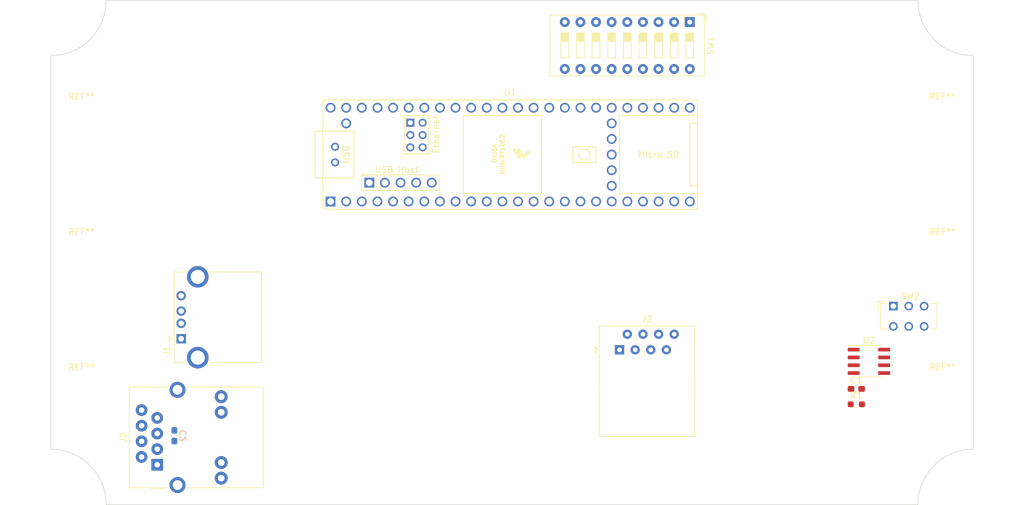
<source format=kicad_pcb>
(kicad_pcb (version 20221018) (generator pcbnew)
  (layers (0 "F.Cu" signal) (31 "B.Cu" signal) (34 "B.Paste" user) (35 "F.Paste" user) (36 "B.SilkS" user "B.Silkscreen") (37 "F.SilkS" user "F.Silkscreen") (38 "B.Mask" user) (39 "F.Mask" user) (44 "Edge.Cuts" user))
  (net 0 "")
  (net 1 "+3V3")
  (net 2 "GND")
  (net 3 "Net-(SW2A-C)")
  (net 4 "Net-(SW2B-C)")
  (net 5 "Net-(U1-41_A17)")
  (net 6 "Net-(U1-40_A16)")
  (net 7 "Net-(U1-39_MISO1_OUT1A)")
  (net 8 "Net-(U1-38_CS1_IN1)")
  (net 9 "Net-(U1-37_CS)")
  (net 10 "Net-(U1-36_CS)")
  (net 11 "Net-(U1-35_TX8)")
  (net 12 "Net-(U1-34_RX8)")
  (net 13 "Net-(U1-33_MCLK2)")
  (net 15 "/RS485_B")
  (net 17 "/RS485_A")
  (net 22 "/AUDIO_BCLK")
  (net 23 "/AUDIO_LRCLK")
  (net 38 "/AUDIO_DAT")
  (net 49 "/DMX_DATA")
  (net 60 "Net-(J2-RCT)")
  (net 61 "Net-(J1-VBUS)")
  (net 62 "Net-(J1-D-)")
  (net 63 "Net-(J1-D+)")
  (net 64 "Net-(J1-GND)")
  (net 65 "Net-(J2-TD+)")
  (net 66 "Net-(J2-TD-)")
  (net 67 "Net-(J2-RD+)")
  (net 68 "Net-(J2-RD-)")
  (net 72 "Net-(J2-LEDG_A)")
  (footprint "MountingHole:MountingHole_2.7mm_M2.5_DIN965" (layer "F.Cu") (at 70 123)
    (fp_text reference "REF**" (at 0 -3.35) (layer "F.SilkS"))
    (fp_text value "MountingHole_2.7mm_M2.5_DIN965")
    (pad "" np_thru_hole circle locked (at 0 0) (size 2.7 2.7) (drill 2.7) (layers "*.Cu" "*.Mask"))
  )
  (footprint "teensy:Teensy41" (layer "F.Cu") (at 139.7 85.09)
    (fp_text reference "U1" (at 0 -10.16) (layer "F.SilkS"))
    (fp_text value "Teensy4.1")
    (fp_text user "USB Host" (at -18.4658 2.4892) (layer "F.SilkS"))
    (fp_text user "DVJ6A" (at -2.54 -0.18 -90) (layer "F.SilkS") (effects (font (size 0.7 0.7))))
    (fp_text user "USB" (at -26.67 0 270) (layer "F.SilkS"))
    (fp_text user "Ethernet" (at -12.065 -3.2766 90) (layer "F.SilkS"))
    (fp_text user "Micro SD" (at 24.13 0) (layer "F.SilkS"))
    (fp_text user "MIMXRT1062" (at -1.27 0 -90) (layer "F.SilkS") (effects (font (size 0.7 0.7))))
    (fp_line (start -31.75 -3.81) (end -30.48 -3.81) (stroke (width 0.15)) (layer "F.SilkS"))
    (fp_line (start -31.75 3.81) (end -31.75 -3.81) (stroke (width 0.15)) (layer "F.SilkS"))
    (fp_line (start -30.48 -8.89) (end 30.48 -8.89) (stroke (width 0.15)) (layer "F.SilkS"))
    (fp_line (start -30.48 3.81) (end -31.75 3.81) (stroke (width 0.15)) (layer "F.SilkS"))
    (fp_line (start -30.48 8.89) (end -30.48 -8.89) (stroke (width 0.15)) (layer "F.SilkS"))
    (fp_line (start -25.4 -3.81) (end -30.48 -3.81) (stroke (width 0.15)) (layer "F.SilkS"))
    (fp_line (start -25.4 3.81) (end -30.48 3.81) (stroke (width 0.15)) (layer "F.SilkS"))
    (fp_line (start -25.4 3.81) (end -25.4 -3.81) (stroke (width 0.15)) (layer "F.SilkS"))
    (fp_line (start -24.1808 3.2992) (end -21.6408 3.2992) (stroke (width 0.15)) (layer "F.SilkS"))
    (fp_line (start -24.1808 3.2992) (end -11.4808 3.2992) (stroke (width 0.15)) (layer "F.SilkS"))
    (fp_line (start -24.1808 5.8392) (end -24.1808 3.2992) (stroke (width 0.15)) (layer "F.SilkS"))
    (fp_line (start -21.6408 3.2992) (end -21.6408 5.8392) (stroke (width 0.15)) (layer "F.SilkS"))
    (fp_line (start -17.25 -6.3516) (end -17.25 -6.1016) (stroke (width 0.15)) (layer "F.SilkS"))
    (fp_line (start -17.25 -6.1016) (end -17.25 -0.1016) (stroke (width 0.15)) (layer "F.SilkS"))
    (fp_line (start -17.25 -0.1016) (end -13.25 -0.1016) (stroke (width 0.15)) (layer "F.SilkS"))
    (fp_line (start -13.25 -6.3516) (end -17.25 -6.3516) (stroke (width 0.15)) (layer "F.SilkS"))
    (fp_line (start -13.25 -0.1016) (end -13.25 -6.3516) (stroke (width 0.15)) (layer "F.SilkS"))
    (fp_line (start -11.4808 3.2992) (end -11.4808 5.8392) (stroke (width 0.15)) (layer "F.SilkS"))
    (fp_line (start -11.4808 5.8392) (end -24.1808 5.8392) (stroke (width 0.15)) (layer "F.SilkS"))
    (fp_line (start -7.62 -6.35) (end -7.62 6.35) (stroke (width 0.15)) (layer "F.SilkS"))
    (fp_line (start -7.62 6.35) (end 5.08 6.35) (stroke (width 0.15)) (layer "F.SilkS"))
    (fp_line (start 5.08 -6.35) (end -7.62 -6.35) (stroke (width 0.15)) (layer "F.SilkS"))
    (fp_line (start 5.08 6.35) (end 5.08 -6.35) (stroke (width 0.15)) (layer "F.SilkS"))
    (fp_line (start 10.16 -1.27) (end 13.97 -1.27) (stroke (width 0.15)) (layer "F.SilkS"))
    (fp_line (start 10.16 1.27) (end 10.16 -1.27) (stroke (width 0.15)) (layer "F.SilkS"))
    (fp_line (start 13.97 -1.27) (end 13.97 1.27) (stroke (width 0.15)) (layer "F.SilkS"))
    (fp_line (start 13.97 1.27) (end 10.16 1.27) (stroke (width 0.15)) (layer "F.SilkS"))
    (fp_line (start 17.78 -6.35) (end 17.78 6.35) (stroke (width 0.15)) (layer "F.SilkS"))
    (fp_line (start 17.78 6.35) (end 30.48 6.35) (stroke (width 0.15)) (layer "F.SilkS"))
    (fp_line (start 29.21 -5.08) (end 29.21 5.08) (stroke (width 0.15)) (layer "F.SilkS"))
    (fp_line (start 29.21 5.08) (end 30.48 5.08) (stroke (width 0.15)) (layer "F.SilkS"))
    (fp_line (start 30.48 -8.89) (end 30.48 8.89) (stroke (width 0.15)) (layer "F.SilkS"))
    (fp_line (start 30.48 -6.35) (end 17.78 -6.35) (stroke (width 0.15)) (layer "F.SilkS"))
    (fp_line (start 30.48 -5.08) (end 29.21 -5.08) (stroke (width 0.15)) (layer "F.SilkS"))
    (fp_line (start 30.48 8.89) (end -30.48 8.89) (stroke (width 0.15)) (layer "F.SilkS"))
    (fp_circle (center 12.065 0) (end 12.7 -0.635) (stroke (width 0.15)) (fill none) (layer "F.SilkS"))
    (fp_poly (pts (xy 0.911 -0.688) (xy 0.657 -0.434) (xy 0.403 -0.815) (xy 0.657 -1.069)) (stroke (width 0.1)) (fill solid) (layer "F.SilkS"))
    (fp_poly (pts (xy 1.292 -0.18) (xy 1.038 0.074) (xy 0.784 -0.307) (xy 1.038 -0.561)) (stroke (width 0.1)) (fill solid) (layer "F.SilkS"))
    (fp_poly (pts (xy 1.673 -0.561) (xy 1.419 -0.307) (xy 1.165 -0.688) (xy 1.419 -0.942)) (stroke (width 0.1)) (fill solid) (layer "F.SilkS"))
    (fp_poly (pts (xy 1.673 0.328) (xy 1.419 0.582) (xy 1.165 0.201) (xy 1.419 -0.053)) (stroke (width 0.1)) (fill solid) (layer "F.SilkS"))
    (fp_poly (pts (xy 2.054 -0.053) (xy 1.8 0.201) (xy 1.546 -0.18) (xy 1.8 -0.434)) (stroke (width 0.1)) (fill solid) (layer "F.SilkS"))
    (fp_poly (pts (xy 2.435 0.455) (xy 2.181 0.709) (xy 1.927 0.328) (xy 2.181 0.074)) (stroke (width 0.1)) (fill solid) (layer "F.SilkS"))
    (fp_poly (pts (xy 2.816 0.074) (xy 2.562 0.328) (xy 2.308 -0.053) (xy 2.562 -0.307)) (stroke (width 0.1)) (fill solid) (layer "F.SilkS"))
    (fp_poly (pts (xy 3.197 -0.307) (xy 2.943 -0.053) (xy 2.689 -0.434) (xy 2.943 -0.688)) (stroke (width 0.1)) (fill solid) (layer "F.SilkS"))
    (pad "1" thru_hole rect (at -29.21 7.62) (size 1.6 1.6) (drill 1.1) (layers "*.Cu" "*.Mask") (net 2 "GND"))
    (pad "2" thru_hole circle (at -26.67 7.62) (size 1.6 1.6) (drill 1.1) (layers "*.Cu" "*.Mask"))
    (pad "3" thru_hole circle (at -24.13 7.62) (size 1.6 1.6) (drill 1.1) (layers "*.Cu" "*.Mask"))
    (pad "4" thru_hole circle (at -21.59 7.62) (size 1.6 1.6) (drill 1.1) (layers "*.Cu" "*.Mask"))
    (pad "5" thru_hole circle (at -19.05 7.62) (size 1.6 1.6) (drill 1.1) (layers "*.Cu" "*.Mask"))
    (pad "6" thru_hole circle (at -16.51 7.62) (size 1.6 1.6) (drill 1.1) (layers "*.Cu" "*.Mask"))
    (pad "7" thru_hole circle (at -13.97 7.62) (size 1.6 1.6) (drill 1.1) (layers "*.Cu" "*.Mask"))
    (pad "8" thru_hole circle (at -11.43 7.62) (size 1.6 1.6) (drill 1.1) (layers "*.Cu" "*.Mask"))
    (pad "9" thru_hole circle (at -8.89 7.62) (size 1.6 1.6) (drill 1.1) (layers "*.Cu" "*.Mask") (net 38 "/AUDIO_DAT"))
    (pad "10" thru_hole circle (at -6.35 7.62) (size 1.6 1.6) (drill 1.1) (layers "*.Cu" "*.Mask"))
    (pad "11" thru_hole circle (at -3.81 7.62) (size 1.6 1.6) (drill 1.1) (layers "*.Cu" "*.Mask"))
    (pad "12" thru_hole circle (at -1.27 7.62) (size 1.6 1.6) (drill 1.1) (layers "*.Cu" "*.Mask"))
    (pad "13" thru_hole circle (at 1.27 7.62) (size 1.6 1.6) (drill 1.1) (layers "*.Cu" "*.Mask"))
    (pad "14" thru_hole circle (at 3.81 7.62) (size 1.6 1.6) (drill 1.1) (layers "*.Cu" "*.Mask"))
    (pad "15" thru_hole circle (at 6.35 7.62) (size 1.6 1.6) (drill 1.1) (layers "*.Cu" "*.Mask") (net 1 "+3V3"))
    (pad "16" thru_hole circle (at 8.89 7.62) (size 1.6 1.6) (drill 1.1) (layers "*.Cu" "*.Mask"))
    (pad "17" thru_hole circle (at 11.43 7.62) (size 1.6 1.6) (drill 1.1) (layers "*.Cu" "*.Mask"))
    (pad "18" thru_hole circle (at 13.97 7.62) (size 1.6 1.6) (drill 1.1) (layers "*.Cu" "*.Mask"))
    (pad "19" thru_hole circle (at 16.51 7.62) (size 1.6 1.6) (drill 1.1) (layers "*.Cu" "*.Mask"))
    (pad "20" thru_hole circle (at 19.05 7.62) (size 1.6 1.6) (drill 1.1) (layers "*.Cu" "*.Mask") (net 49 "/DMX_DATA"))
    (pad "21" thru_hole circle (at 21.59 7.62) (size 1.6 1.6) (drill 1.1) (layers "*.Cu" "*.Mask"))
    (pad "22" thru_hole circle (at 24.13 7.62) (size 1.6 1.6) (drill 1.1) (layers "*.Cu" "*.Mask"))
    (pad "23" thru_hole circle (at 26.67 7.62) (size 1.6 1.6) (drill 1.1) (layers "*.Cu" "*.Mask"))
    (pad "24" thru_hole circle (at 29.21 7.62) (size 1.6 1.6) (drill 1.1) (layers "*.Cu" "*.Mask"))
    (pad "25" thru_hole circle (at 29.21 -7.62) (size 1.6 1.6) (drill 1.1) (layers "*.Cu" "*.Mask") (net 13 "Net-(U1-33_MCLK2)"))
    (pad "26" thru_hole circle (at 26.67 -7.62) (size 1.6 1.6) (drill 1.1) (layers "*.Cu" "*.Mask") (net 12 "Net-(U1-34_RX8)"))
    (pad "27" thru_hole circle (at 24.13 -7.62) (size 1.6 1.6) (drill 1.1) (layers "*.Cu" "*.Mask") (net 11 "Net-(U1-35_TX8)"))
    (pad "28" thru_hole circle (at 21.59 -7.62) (size 1.6 1.6) (drill 1.1) (layers "*.Cu" "*.Mask") (net 10 "Net-(U1-36_CS)"))
    (pad "29" thru_hole circle (at 19.05 -7.62) (size 1.6 1.6) (drill 1.1) (layers "*.Cu" "*.Mask") (net 9 "Net-(U1-37_CS)"))
    (pad "30" thru_hole circle (at 16.51 -7.62) (size 1.6 1.6) (drill 1.1) (layers "*.Cu" "*.Mask") (net 8 "Net-(U1-38_CS1_IN1)"))
    (pad "31" thru_hole circle (at 13.97 -7.62) (size 1.6 1.6) (drill 1.1) (layers "*.Cu" "*.Mask") (net 7 "Net-(U1-39_MISO1_OUT1A)"))
    (pad "32" thru_hole circle (at 11.43 -7.62) (size 1.6 1.6) (drill 1.1) (layers "*.Cu" "*.Mask") (net 6 "Net-(U1-40_A16)"))
    (pad "33" thru_hole circle (at 8.89 -7.62) (size 1.6 1.6) (drill 1.1) (layers "*.Cu" "*.Mask") (net 5 "Net-(U1-41_A17)"))
    (pad "34" thru_hole circle (at 6.35 -7.62) (size 1.6 1.6) (drill 1.1) (layers "*.Cu" "*.Mask") (net 2 "GND"))
    (pad "35" thru_hole circle (at 3.81 -7.62) (size 1.6 1.6) (drill 1.1) (layers "*.Cu" "*.Mask"))
    (pad "36" thru_hole circle (at 1.27 -7.62) (size 1.6 1.6) (drill 1.1) (layers "*.Cu" "*.Mask"))
    (pad "37" thru_hole circle (at -1.27 -7.62) (size 1.6 1.6) (drill 1.1) (layers "*.Cu" "*.Mask"))
    (pad "38" thru_hole circle (at -3.81 -7.62) (size 1.6 1.6) (drill 1.1) (layers "*.Cu" "*.Mask"))
    (pad "39" thru_hole circle (at -6.35 -7.62) (size 1.6 1.6) (drill 1.1) (layers "*.Cu" "*.Mask"))
    (pad "40" thru_hole circle (at -8.89 -7.62) (size 1.6 1.6) (drill 1.1) (layers "*.Cu" "*.Mask"))
    (pad "41" thru_hole circle (at -11.43 -7.62) (size 1.6 1.6) (drill 1.1) (layers "*.Cu" "*.Mask"))
    (pad "42" thru_hole circle (at -13.97 -7.62) (size 1.6 1.6) (drill 1.1) (layers "*.Cu" "*.Mask") (net 23 "/AUDIO_LRCLK"))
    (pad "43" thru_hole circle (at -16.51 -7.62) (size 1.6 1.6) (drill 1.1) (layers "*.Cu" "*.Mask") (net 22 "/AUDIO_BCLK"))
    (pad "44" thru_hole circle (at -19.05 -7.62) (size 1.6 1.6) (drill 1.1) (layers "*.Cu" "*.Mask"))
    (pad "45" thru_hole circle (at -21.59 -7.62) (size 1.6 1.6) (drill 1.1) (layers "*.Cu" "*.Mask"))
    (pad "46" thru_hole circle (at -24.13 -7.62) (size 1.6 1.6) (drill 1.1) (layers "*.Cu" "*.Mask") (net 1 "+3V3"))
    (pad "47" thru_hole circle (at -26.67 -7.62) (size 1.6 1.6) (drill 1.1) (layers "*.Cu" "*.Mask") (net 2 "GND"))
    (pad "48" thru_hole circle (at -29.21 -7.62) (size 1.6 1.6) (drill 1.1) (layers "*.Cu" "*.Mask"))
    (pad "49" thru_hole circle (at -26.67 -5.08) (size 1.6 1.6) (drill 1.1) (layers "*.Cu" "*.Mask"))
    (pad "50" thru_hole circle (at 16.51 5.08) (size 1.6 1.6) (drill 1.1) (layers "*.Cu" "*.Mask"))
    (pad "51" thru_hole circle (at 16.51 2.54) (size 1.6 1.6) (drill 1.1) (layers "*.Cu" "*.Mask"))
    (pad "52" thru_hole circle (at 16.51 0) (size 1.6 1.6) (drill 1.1) (layers "*.Cu" "*.Mask"))
    (pad "53" thru_hole circle (at 16.51 -2.54) (size 1.6 1.6) (drill 1.1) (layers "*.Cu" "*.Mask"))
    (pad "54" thru_hole circle (at 16.51 -5.08) (size 1.6 1.6) (drill 1.1) (layers "*.Cu" "*.Mask"))
    (pad "55" thru_hole rect (at -22.9108 4.5692) (size 1.6 1.6) (drill 1.1) (layers "*.Cu" "*.Mask") (net 61 "Net-(J1-VBUS)"))
    (pad "56" thru_hole circle (at -20.3708 4.5692) (size 1.6 1.6) (drill 1.1) (layers "*.Cu" "*.Mask") (net 62 "Net-(J1-D-)"))
    (pad "57" thru_hole circle (at -17.8308 4.5692) (size 1.6 1.6) (drill 1.1) (layers "*.Cu" "*.Mask") (net 63 "Net-(J1-D+)"))
    (pad "58" thru_hole circle (at -15.2908 4.5692) (size 1.6 1.6) (drill 1.1) (layers "*.Cu" "*.Mask") (net 64 "Net-(J1-GND)"))
    (pad "59" thru_hole circle (at -12.7508 4.5692) (size 1.6 1.6) (drill 1.1) (layers "*.Cu" "*.Mask") (net 64 "Net-(J1-GND)"))
    (pad "60" thru_hole rect (at -16.24 -5.1816) (size 1.3 1.3) (drill 0.8) (layers "*.Cu" "*.Mask") (net 67 "Net-(J2-RD+)"))
    (pad "61" thru_hole circle (at -16.24 -3.1816) (size 1.3 1.3) (drill 0.8) (layers "*.Cu" "*.Mask") (net 72 "Net-(J2-LEDG_A)"))
    (pad "62" thru_hole circle (at -16.24 -1.1816) (size 1.3 1.3) (drill 0.8) (layers "*.Cu" "*.Mask") (net 66 "Net-(J2-TD-)"))
    (pad "63" thru_hole circle (at -14.24 -1.1816) (size 1.3 1.3) (drill 0.8) (layers "*.Cu" "*.Mask") (net 65 "Net-(J2-TD+)"))
    (pad "64" thru_hole circle (at -14.24 -3.1816) (size 1.3 1.3) (drill 0.8) (layers "*.Cu" "*.Mask") (net 2 "GND"))
    (pad "65" thru_hole circle (at -14.24 -5.1816) (size 1.3 1.3) (drill 0.8) (layers "*.Cu" "*.Mask") (net 68 "Net-(J2-RD-)"))
    (pad "66" thru_hole circle (at -28.48 -1.27) (size 1.3 1.3) (drill 0.8) (layers "*.Cu" "*.Mask"))
    (pad "67" thru_hole circle (at -28.48 1.27) (size 1.3 1.3) (drill 0.8) (layers "*.Cu" "*.Mask"))
  )
  (footprint "Package_SO:SOIC-8_3.9x4.9mm_P1.27mm" (layer "F.Cu") (at 198.0375 118.71)
    (fp_text reference "U2" (at 0 -3.4) (layer "F.SilkS"))
    (fp_text value "SN65HVD11HD")
    (fp_line (start 0 -2.56) (end -3.45 -2.56) (stroke (width 0.12)) (layer "F.SilkS"))
    (fp_line (start 0 -2.56) (end 1.95 -2.56) (stroke (width 0.12)) (layer "F.SilkS"))
    (fp_line (start 0 2.56) (end -1.95 2.56) (stroke (width 0.12)) (layer "F.SilkS"))
    (fp_line (start 0 2.56) (end 1.95 2.56) (stroke (width 0.12)) (layer "F.SilkS"))
    (pad "1" smd roundrect (at -2.475 -1.905) (size 1.95 0.6) (layers "F.Cu" "F.Paste" "F.Mask") (net 49 "/DMX_DATA"))
    (pad "2" smd roundrect (at -2.475 -0.635) (size 1.95 0.6) (layers "F.Cu" "F.Paste" "F.Mask") (net 2 "GND"))
    (pad "3" smd roundrect (at -2.475 0.635) (size 1.95 0.6) (layers "F.Cu" "F.Paste" "F.Mask") (net 2 "GND"))
    (pad "4" smd roundrect (at -2.475 1.905) (size 1.95 0.6) (layers "F.Cu" "F.Paste" "F.Mask") (net 2 "GND"))
    (pad "5" smd roundrect (at 2.475 1.905) (size 1.95 0.6) (layers "F.Cu" "F.Paste" "F.Mask") (net 2 "GND"))
    (pad "6" smd roundrect (at 2.475 0.635) (size 1.95 0.6) (layers "F.Cu" "F.Paste" "F.Mask") (net 17 "/RS485_A"))
    (pad "7" smd roundrect (at 2.475 -0.635) (size 1.95 0.6) (layers "F.Cu" "F.Paste" "F.Mask") (net 15 "/RS485_B"))
    (pad "8" smd roundrect (at 2.475 -1.905) (size 1.95 0.6) (layers "F.Cu" "F.Paste" "F.Mask") (net 1 "+3V3"))
  )
  (footprint "Connector_RJ:RJ45_Amphenol_54602-x08_Horizontal" (layer "F.Cu") (at 157.48 116.84)
    (fp_text reference "J3" (at 4.445 -5) (layer "F.SilkS"))
    (fp_text value "RJ45")
    (fp_line (start -4 -0.5) (end -4 0.5) (stroke (width 0.12)) (layer "F.SilkS"))
    (fp_line (start -4 0.5) (end -3.5 0) (stroke (width 0.12)) (layer "F.SilkS"))
    (fp_line (start -3.5 0) (end -4 -0.5) (stroke (width 0.12)) (layer "F.SilkS"))
    (fp_line (start -3.315 -3.88) (end -3.315 14.08) (stroke (width 0.12)) (layer "F.SilkS"))
    (fp_line (start -3.315 14.08) (end 12.205 14.08) (stroke (width 0.12)) (layer "F.SilkS"))
    (fp_line (start 12.205 -3.88) (end -3.315 -3.88) (stroke (width 0.12)) (layer "F.SilkS"))
    (fp_line (start 12.205 -3.88) (end 12.205 14.08) (stroke (width 0.12)) (layer "F.SilkS"))
    (pad "" np_thru_hole circle (at -1.27 6.35) (size 3.2 3.2) (drill 3.2) (layers "*.Cu" "*.Mask"))
    (pad "" np_thru_hole circle (at 10.16 6.35) (size 3.2 3.2) (drill 3.2) (layers "*.Cu" "*.Mask"))
    (pad "1" thru_hole rect (at 0 0) (size 1.5 1.5) (drill 0.76) (layers "*.Cu" "*.Mask"))
    (pad "2" thru_hole circle (at 1.27 -2.54) (size 1.5 1.5) (drill 0.76) (layers "*.Cu" "*.Mask"))
    (pad "3" thru_hole circle (at 2.54 0) (size 1.5 1.5) (drill 0.76) (layers "*.Cu" "*.Mask"))
    (pad "4" thru_hole circle (at 3.81 -2.54) (size 1.5 1.5) (drill 0.76) (layers "*.Cu" "*.Mask"))
    (pad "5" thru_hole circle (at 5.08 0) (size 1.5 1.5) (drill 0.76) (layers "*.Cu" "*.Mask"))
    (pad "6" thru_hole circle (at 6.35 -2.54) (size 1.5 1.5) (drill 0.76) (layers "*.Cu" "*.Mask"))
    (pad "7" thru_hole circle (at 7.62 0) (size 1.5 1.5) (drill 0.76) (layers "*.Cu" "*.Mask"))
    (pad "8" thru_hole circle (at 8.89 -2.54) (size 1.5 1.5) (drill 0.76) (layers "*.Cu" "*.Mask"))
  )
  (footprint "MountingHole:MountingHole_2.7mm_M2.5_DIN965" (layer "F.Cu") (at 210 79)
    (fp_text reference "REF**" (at 0 -3.35) (layer "F.SilkS"))
    (fp_text value "MountingHole_2.7mm_M2.5_DIN965")
    (pad "" np_thru_hole circle locked (at 0 0) (size 2.7 2.7) (drill 2.7) (layers "*.Cu" "*.Mask"))
  )
  (footprint "Connector_RJ:RJ45_Bel_SI-60062-F" (layer "F.Cu") (at 82.3 135.53 90)
    (fp_text reference "J2" (at 4.445 -5.49 90) (layer "F.SilkS"))
    (fp_text value "RJ45_Bel_SI-60062-F")
    (fp_line (start -3.915 -1) (end -3.915 1) (stroke (width 0.12)) (layer "F.SilkS"))
    (fp_line (start -3.73 -4.55) (end 12.62 -4.55) (stroke (width 0.12)) (layer "F.SilkS"))
    (fp_line (start -3.73 1.69) (end -3.73 -4.55) (stroke (width 0.12)) (layer "F.SilkS"))
    (fp_line (start -3.73 17.24) (end -3.73 4.89) (stroke (width 0.12)) (layer "F.SilkS"))
    (fp_line (start 12.62 -4.55) (end 12.615 1.69) (stroke (width 0.12)) (layer "F.SilkS"))
    (fp_line (start 12.62 4.89) (end 12.62 17.24) (stroke (width 0.12)) (layer "F.SilkS"))
    (fp_line (start 12.62 17.24) (end -3.73 17.24) (stroke (width 0.12)) (layer "F.SilkS"))
    (pad "" np_thru_hole circle (at -1.27 6.35 90) (size 3.25 3.25) (drill 3.25) (layers "*.Cu" "*.Mask"))
    (pad "" np_thru_hole circle (at 10.16 6.35 90) (size 3.25 3.25) (drill 3.25) (layers "*.Cu" "*.Mask"))
    (pad "1" thru_hole rect (at 0 0 90) (size 1.9 1.9) (drill 0.9) (layers "*.Cu" "*.Mask") (net 65 "Net-(J2-TD+)"))
    (pad "2" thru_hole circle (at 1.27 -2.54 90) (size 1.9 1.9) (drill 0.9) (layers "*.Cu" "*.Mask") (net 60 "Net-(J2-RCT)"))
    (pad "3" thru_hole circle (at 2.54 0 90) (size 1.9 1.9) (drill 0.9) (layers "*.Cu" "*.Mask") (net 66 "Net-(J2-TD-)"))
    (pad "4" thru_hole circle (at 3.81 -2.54 90) (size 1.9 1.9) (drill 0.9) (layers "*.Cu" "*.Mask") (net 67 "Net-(J2-RD+)"))
    (pad "5" thru_hole circle (at 5.08 0 90) (size 1.9 1.9) (drill 0.9) (layers "*.Cu" "*.Mask") (net 60 "Net-(J2-RCT)"))
    (pad "6" thru_hole circle (at 6.35 -2.54 90) (size 1.9 1.9) (drill 0.9) (layers "*.Cu" "*.Mask") (net 68 "Net-(J2-RD-)"))
    (pad "7" thru_hole circle (at 7.62 0 90) (size 1.9 1.9) (drill 0.9) (layers "*.Cu" "*.Mask"))
    (pad "8" thru_hole circle (at 8.89 -2.54 90) (size 1.9 1.9) (drill 0.9) (layers "*.Cu" "*.Mask") (net 2 "GND"))
    (pad "L1" thru_hole circle (at -2.18 10.41 90) (size 2.1 2.1) (drill 1.1) (layers "*.Cu" "*.Mask"))
    (pad "L2" thru_hole circle (at 0.36 10.41 90) (size 2.1 2.1) (drill 1.1) (layers "*.Cu" "*.Mask"))
    (pad "L3" thru_hole circle (at 8.53 10.41 90) (size 2.1 2.1) (drill 1.1) (layers "*.Cu" "*.Mask") (net 72 "Net-(J2-LEDG_A)"))
    (pad "L4" thru_hole circle (at 11.07 10.41 90) (size 2.1 2.1) (drill 1.1) (layers "*.Cu" "*.Mask") (net 2 "GND"))
    (pad "SH" thru_hole circle (at -3.3 3.3 90) (size 2.6 2.6) (drill 1.6) (layers "*.Cu" "*.Mask") (net 2 "GND"))
    (pad "SH" thru_hole circle (at 12.19 3.3 90) (size 2.6 2.6) (drill 1.6) (layers "*.Cu" "*.Mask") (net 2 "GND"))
  )
  (footprint "MountingHole:MountingHole_2.7mm_M2.5_DIN965" (layer "F.Cu") (at 210 101)
    (fp_text reference "REF**" (at 0 -3.35) (layer "F.SilkS"))
    (fp_text value "MountingHole_2.7mm_M2.5_DIN965")
    (pad "" np_thru_hole circle locked (at 0 0) (size 2.7 2.7) (drill 2.7) (layers "*.Cu" "*.Mask"))
  )
  (footprint "Button_Switch_THT:SW_CuK_JS202011CQN_DPDT_Straight" (layer "F.Cu") (at 202.01 109.73)
    (fp_text reference "SW2" (at 2.75 -1.6) (layer "F.SilkS"))
    (fp_text value "SW_DPDT_x2")
    (fp_line (start -2.4 -0.75) (end -2.4 0.45) (stroke (width 0.12)) (layer "F.SilkS"))
    (fp_line (start -2.1 -0.45) (end -2.1 3.75) (stroke (width 0.12)) (layer "F.SilkS"))
    (fp_line (start -2.1 3.75) (end -0.9 3.75) (stroke (width 0.12)) (layer "F.SilkS"))
    (fp_line (start -1.2 -0.75) (end -2.4 -0.75) (stroke (width 0.12)) (layer "F.SilkS"))
    (fp_line (start -0.9 -0.45) (end -2.1 -0.45) (stroke (width 0.12)) (layer "F.SilkS"))
    (fp_line (start 5.9 -0.45) (end 7.1 -0.45) (stroke (width 0.12)) (layer "F.SilkS"))
    (fp_line (start 7.1 -0.45) (end 7.1 3.75) (stroke (width 0.12)) (layer "F.SilkS"))
    (fp_line (start 7.1 3.75) (end 5.9 3.75) (stroke (width 0.12)) (layer "F.SilkS"))
    (pad "1" thru_hole rect (at 0 0) (size 1.4 1.4) (drill 0.9) (layers "*.Cu" "*.Mask"))
    (pad "2" thru_hole circle (at 2.5 0) (size 1.4 1.4) (drill 0.9) (layers "*.Cu" "*.Mask") (net 15 "/RS485_B"))
    (pad "3" thru_hole circle (at 5 0) (size 1.4 1.4) (drill 0.9) (layers "*.Cu" "*.Mask") (net 3 "Net-(SW2A-C)"))
    (pad "4" thru_hole circle (at 0 3.3) (size 1.4 1.4) (drill 0.9) (layers "*.Cu" "*.Mask"))
    (pad "5" thru_hole circle (at 2.5 3.3) (size 1.4 1.4) (drill 0.9) (layers "*.Cu" "*.Mask") (net 17 "/RS485_A"))
    (pad "6" thru_hole circle (at 5 3.3) (size 1.4 1.4) (drill 0.9) (layers "*.Cu" "*.Mask") (net 4 "Net-(SW2B-C)"))
  )
  (footprint "MountingHole:MountingHole_2.7mm_M2.5_DIN965" (layer "F.Cu") (at 70 101)
    (fp_text reference "REF**" (at 0 -3.35) (layer "F.SilkS"))
    (fp_text value "MountingHole_2.7mm_M2.5_DIN965")
    (pad "" np_thru_hole circle locked (at 0 0) (size 2.7 2.7) (drill 2.7) (layers "*.Cu" "*.Mask"))
  )
  (footprint "Connector_USB:USB_A_CONNFLY_DS1095-WNR0" (layer "F.Cu") (at 86.19 115.04 90)
    (fp_text reference "J1" (at -1.95 -2.35 90) (layer "F.SilkS"))
    (fp_text value "USB_A")
    (fp_line (start -3.86 -1.12) (end -3.86 0.86) (stroke (width 0.12)) (layer "F.SilkS"))
    (fp_line (start -3.86 -1.12) (end 10.86 -1.12) (stroke (width 0.12)) (layer "F.SilkS"))
    (fp_line (start -3.86 4.56) (end -3.86 13.1) (stroke (width 0.12)) (layer "F.SilkS"))
    (fp_line (start -3.86 13.1) (end 10.86 13.1) (stroke (width 0.12)) (layer "F.SilkS"))
    (fp_line (start -0.5 -2) (end 0 -1.5) (stroke (width 0.12)) (layer "F.SilkS"))
    (fp_line (start 0 -1.5) (end 0.5 -2) (stroke (width 0.12)) (layer "F.SilkS"))
    (fp_line (start 0.5 -2) (end -0.5 -2) (stroke (width 0.12)) (layer "F.SilkS"))
    (fp_line (start 10.86 0.86) (end 10.86 -1.12) (stroke (width 0.12)) (layer "F.SilkS"))
    (fp_line (start 10.86 4.56) (end 10.86 13.1) (stroke (width 0.12)) (layer "F.SilkS"))
    (pad "1" thru_hole rect (at 0 0 90) (size 1.524 1.524) (drill 0.92) (layers "*.Cu" "*.Mask") (net 61 "Net-(J1-VBUS)"))
    (pad "2" thru_hole circle (at 2.5 0 90) (size 1.524 1.524) (drill 0.92) (layers "*.Cu" "*.Mask") (net 62 "Net-(J1-D-)"))
    (pad "3" thru_hole circle (at 4.5 0 90) (size 1.524 1.524) (drill 0.92) (layers "*.Cu" "*.Mask") (net 63 "Net-(J1-D+)"))
    (pad "4" thru_hole circle (at 7 0 90) (size 1.524 1.524) (drill 0.92) (layers "*.Cu" "*.Mask") (net 64 "Net-(J1-GND)"))
    (pad "5" thru_hole circle (at -3.07 2.71 90) (size 3.5 3.5) (drill 2.3) (layers "*.Cu" "*.Mask") (net 64 "Net-(J1-GND)"))
    (pad "5" thru_hole circle (at 10.07 2.71 90) (size 3.5 3.5) (drill 2.3) (layers "*.Cu" "*.Mask") (net 64 "Net-(J1-GND)"))
  )
  (footprint "Capacitor_SMD:C_0603_1608Metric_Pad1.08x0.95mm_HandSolder" (layer "F.Cu") (at 195.9875 123.19)
    (fp_text reference "C1" (at 0 -1.43) (layer "F.SilkS"))
    (fp_text value "100n")
    (fp_line (start -0.146267 -0.51) (end 0.146267 -0.51) (stroke (width 0.12)) (layer "F.SilkS"))
    (fp_line (start -0.146267 0.51) (end 0.146267 0.51) (stroke (width 0.12)) (layer "F.SilkS"))
    (pad "1" smd roundrect (at -0.8625 0) (size 1.075 0.95) (layers "F.Cu" "F.Paste" "F.Mask") (net 1 "+3V3"))
    (pad "2" smd roundrect (at 0.8625 0) (size 1.075 0.95) (layers "F.Cu" "F.Paste" "F.Mask") (net 2 "GND"))
  )
  (footprint "MountingHole:MountingHole_2.7mm_M2.5_DIN965" (layer "F.Cu") (at 70 79)
    (fp_text reference "REF**" (at 0 -3.35) (layer "F.SilkS"))
    (fp_text value "MountingHole_2.7mm_M2.5_DIN965")
    (pad "" np_thru_hole circle locked (at 0 0) (size 2.7 2.7) (drill 2.7) (layers "*.Cu" "*.Mask"))
  )
  (footprint "MountingHole:MountingHole_2.7mm_M2.5_DIN965" (layer "F.Cu") (at 210 123)
    (fp_text reference "REF**" (at 0 -3.35) (layer "F.SilkS"))
    (fp_text value "MountingHole_2.7mm_M2.5_DIN965")
    (pad "" np_thru_hole circle locked (at 0 0) (size 2.7 2.7) (drill 2.7) (layers "*.Cu" "*.Mask"))
  )
  (footprint "Button_Switch_THT:SW_DIP_SPSTx09_Slide_9.78x25.04mm_W7.62mm_P2.54mm" (layer "F.Cu") (at 168.9 63.5425 -90)
    (fp_text reference "SW1" (at 3.81 -3.42 90) (layer "F.SilkS"))
    (fp_text value "SW_DIP_x09")
    (fp_line (start -1.38 -2.66) (end -1.38 -1.277) (stroke (width 0.12)) (layer "F.SilkS"))
    (fp_line (start -1.38 -2.66) (end 0.004 -2.66) (stroke (width 0.12)) (layer "F.SilkS"))
    (fp_line (start -1.14 -2.42) (end -1.14 22.74) (stroke (width 0.12)) (layer "F.SilkS"))
    (fp_line (start -1.14 -2.42) (end 8.76 -2.42) (stroke (width 0.12)) (layer "F.SilkS"))
    (fp_line (start -1.14 22.74) (end 8.76 22.74) (stroke (width 0.12)) (layer "F.SilkS"))
    (fp_line (start 1.78 -0.635) (end 1.78 0.635) (stroke (width 0.12)) (layer "F.SilkS"))
    (fp_line (start 1.78 -0.515) (end 3.133333 -0.515) (stroke (width 0.12)) (layer "F.SilkS"))
    (fp_line (start 1.78 -0.395) (end 3.133333 -0.395) (stroke (width 0.12)) (layer "F.SilkS"))
    (fp_line (start 1.78 -0.275) (end 3.133333 -0.275) (stroke (width 0.12)) (layer "F.SilkS"))
    (fp_line (start 1.78 -0.155) (end 3.133333 -0.155) (stroke (width 0.12)) (layer "F.SilkS"))
    (fp_line (start 1.78 -0.035) (end 3.133333 -0.035) (stroke (width 0.12)) (layer "F.SilkS"))
    (fp_line (start 1.78 0.085) (end 3.133333 0.085) (stroke (width 0.12)) (layer "F.SilkS"))
    (fp_line (start 1.78 0.205) (end 3.133333 0.205) (stroke (width 0.12)) (layer "F.SilkS"))
    (fp_line (start 1.78 0.325) (end 3.133333 0.325) (stroke (width 0.12)) (layer "F.SilkS"))
    (fp_line (start 1.78 0.445) (end 3.133333 0.445) (stroke (width 0.12)) (layer "F.SilkS"))
    (fp_line (start 1.78 0.565) (end 3.133333 0.565) (stroke (width 0.12)) (layer "F.SilkS"))
    (fp_line (start 1.78 0.635) (end 5.84 0.635) (stroke (width 0.12)) (layer "F.SilkS"))
    (fp_line (start 1.78 1.905) (end 1.78 3.175) (stroke (width 0.12)) (layer "F.SilkS"))
    (fp_line (start 1.78 2.025) (end 3.133333 2.025) (stroke (width 0.12)) (layer "F.SilkS"))
    (fp_line (start 1.78 2.145) (end 3.133333 2.145) (stroke (width 0.12)) (layer "F.SilkS"))
    (fp_line (start 1.78 2.265) (end 3.133333 2.265) (stroke (width 0.12)) (layer "F.SilkS"))
    (fp_line (start 1.78 2.385) (end 3.133333 2.385) (stroke (width 0.12)) (layer "F.SilkS"))
    (fp_line (start 1.78 2.505) (end 3.133333 2.505) (stroke (width 0.12)) (layer "F.SilkS"))
    (fp_line (start 1.78 2.625) (end 3.133333 2.625) (stroke (width 0.12)) (layer "F.SilkS"))
    (fp_line (start 1.78 2.745) (end 3.133333 2.745) (stroke (width 0.12)) (layer "F.SilkS"))
    (fp_line (start 1.78 2.865) (end 3.133333 2.865) (stroke (width 0.12)) (layer "F.SilkS"))
    (fp_line (start 1.78 2.985) (end 3.133333 2.985) (stroke (width 0.12)) (layer "F.SilkS"))
    (fp_line (start 1.78 3.105) (end 3.133333 3.105) (stroke (width 0.12)) (layer "F.SilkS"))
    (fp_line (start 1.78 3.175) (end 5.84 3.175) (stroke (width 0.12)) (layer "F.SilkS"))
    (fp_line (start 1.78 4.445) (end 1.78 5.715) (stroke (width 0.12)) (layer "F.SilkS"))
    (fp_line (start 1.78 4.565) (end 3.133333 4.565) (stroke (width 0.12)) (layer "F.SilkS"))
    (fp_line (start 1.78 4.685) (end 3.133333 4.685) (stroke (width 0.12)) (layer "F.SilkS"))
    (fp_line (start 1.78 4.805) (end 3.133333 4.805) (stroke (width 0.12)) (layer "F.SilkS"))
    (fp_line (start 1.78 4.925) (end 3.133333 4.925) (stroke (width 0.12)) (layer "F.SilkS"))
    (fp_line (start 1.78 5.045) (end 3.133333 5.045) (stroke (width 0.12)) (layer "F.SilkS"))
    (fp_line (start 1.78 5.165) (end 3.133333 5.165) (stroke (width 0.12)) (layer "F.SilkS"))
    (fp_line (start 1.78 5.285) (end 3.133333 5.285) (stroke (width 0.12)) (layer "F.SilkS"))
    (fp_line (start 1.78 5.405) (end 3.133333 5.405) (stroke (width 0.12)) (layer "F.SilkS"))
    (fp_line (start 1.78 5.525) (end 3.133333 5.525) (stroke (width 0.12)) (layer "F.SilkS"))
    (fp_line (start 1.78 5.645) (end 3.133333 5.645) (stroke (width 0.12)) (layer "F.SilkS"))
    (fp_line (start 1.78 5.715) (end 5.84 5.715) (stroke (width 0.12)) (layer "F.SilkS"))
    (fp_line (start 1.78 6.985) (end 1.78 8.255) (stroke (width 0.12)) (layer "F.SilkS"))
    (fp_line (start 1.78 7.105) (end 3.133333 7.105) (stroke (width 0.12)) (layer "F.SilkS"))
    (fp_line (start 1.78 7.225) (end 3.133333 7.225) (stroke (width 0.12)) (layer "F.SilkS"))
    (fp_line (start 1.78 7.345) (end 3.133333 7.345) (stroke (width 0.12)) (layer "F.SilkS"))
    (fp_line (start 1.78 7.465) (end 3.133333 7.465) (stroke (width 0.12)) (layer "F.SilkS"))
    (fp_line (start 1.78 7.585) (end 3.133333 7.585) (stroke (width 0.12)) (layer "F.SilkS"))
    (fp_line (start 1.78 7.705) (end 3.133333 7.705) (stroke (width 0.12)) (layer "F.SilkS"))
    (fp_line (start 1.78 7.825) (end 3.133333 7.825) (stroke (width 0.12)) (layer "F.SilkS"))
    (fp_line (start 1.78 7.945) (end 3.133333 7.945) (stroke (width 0.12)) (layer "F.SilkS"))
    (fp_line (start 1.78 8.065) (end 3.133333 8.065) (stroke (width 0.12)) (layer "F.SilkS"))
    (fp_line (start 1.78 8.185) (end 3.133333 8.185) (stroke (width 0.12)) (layer "F.SilkS"))
    (fp_line (start 1.78 8.255) (end 5.84 8.255) (stroke (width 0.12)) (layer "F.SilkS"))
    (fp_line (start 1.78 9.525) (end 1.78 10.795) (stroke (width 0.12)) (layer "F.SilkS"))
    (fp_line (start 1.78 9.645) (end 3.133333 9.645) (stroke (width 0.12)) (layer "F.SilkS"))
    (fp_line (start 1.78 9.765) (end 3.133333 9.765) (stroke (width 0.12)) (layer "F.SilkS"))
    (fp_line (start 1.78 9.885) (end 3.133333 9.885) (stroke (width 0.12)) (layer "F.SilkS"))
    (fp_line (start 1.78 10.005) (end 3.133333 10.005) (stroke (width 0.12)) (layer "F.SilkS"))
    (fp_line (start 1.78 10.125) (end 3.133333 10.125) (stroke (width 0.12)) (layer "F.SilkS"))
    (fp_line (start 1.78 10.245) (end 3.133333 10.245) (stroke (width 0.12)) (layer "F.SilkS"))
    (fp_line (start 1.78 10.365) (end 3.133333 10.365) (stroke (width 0.12)) (layer "F.SilkS"))
    (fp_line (start 1.78 10.485) (end 3.133333 10.485) (stroke (width 0.12)) (layer "F.SilkS"))
    (fp_line (start 1.78 10.605) (end 3.133333 10.605) (stroke (width 0.12)) (layer "F.SilkS"))
    (fp_line (start 1.78 10.725) (end 3.133333 10.725) (stroke (width 0.12)) (layer "F.SilkS"))
    (fp_line (start 1.78 10.795) (end 5.84 10.795) (stroke (width 0.12)) (layer "F.SilkS"))
    (fp_line (start 1.78 12.065) (end 1.78 13.335) (stroke (width 0.12)) (layer "F.SilkS"))
    (fp_line (start 1.78 12.185) (end 3.133333 12.185) (stroke (width 0.12)) (layer "F.SilkS"))
    (fp_line (start 1.78 12.305) (end 3.133333 12.305) (stroke (width 0.12)) (layer "F.SilkS"))
    (fp_line (start 1.78 12.425) (end 3.133333 12.425) (stroke (width 0.12)) (layer "F.SilkS"))
    (fp_line (start 1.78 12.545) (end 3.133333 12.545) (stroke (width 0.12)) (layer "F.SilkS"))
    (fp_line (start 1.78 12.665) (end 3.133333 12.665) (stroke (width 0.12)) (layer "F.SilkS"))
    (fp_line (start 1.78 12.785) (end 3.133333 12.785) (stroke (width 0.12)) (layer "F.SilkS"))
    (fp_line (start 1.78 12.905) (end 3.133333 12.905) (stroke (width 0.12)) (layer "F.SilkS"))
    (fp_line (start 1.78 13.025) (end 3.133333 13.025) (stroke (width 0.12)) (layer "F.SilkS"))
    (fp_line (start 1.78 13.145) (end 3.133333 13.145) (stroke (width 0.12)) (layer "F.SilkS"))
    (fp_line (start 1.78 13.265) (end 3.133333 13.265) (stroke (width 0.12)) (layer "F.SilkS"))
    (fp_line (start 1.78 13.335) (end 5.84 13.335) (stroke (width 0.12)) (layer "F.SilkS"))
    (fp_line (start 1.78 14.605) (end 1.78 15.875) (stroke (width 0.12)) (layer "F.SilkS"))
    (fp_line (start 1.78 14.725) (end 3.133333 14.725) (stroke (width 0.12)) (layer "F.SilkS"))
    (fp_line (start 1.78 14.845) (end 3.133333 14.845) (stroke (width 0.12)) (layer "F.SilkS"))
    (fp_line (start 1.78 14.965) (end 3.133333 14.965) (stroke (width 0.12)) (layer "F.SilkS"))
    (fp_line (start 1.78 15.085) (end 3.133333 15.085) (stroke (width 0.12)) (layer "F.SilkS"))
    (fp_line (start 1.78 15.205) (end 3.133333 15.205) (stroke (width 0.12)) (layer "F.SilkS"))
    (fp_line (start 1.78 15.325) (end 3.133333 15.325) (stroke (width 0.12)) (layer "F.SilkS"))
    (fp_line (start 1.78 15.445) (end 3.133333 15.445) (stroke (width 0.12)) (layer "F.SilkS"))
    (fp_line (start 1.78 15.565) (end 3.133333 15.565) (stroke (width 0.12)) (layer "F.SilkS"))
    (fp_line (start 1.78 15.685) (end 3.133333 15.685) (stroke (width 0.12)) (layer "F.SilkS"))
    (fp_line (start 1.78 15.805) (end 3.133333 15.805) (stroke (width 0.12)) (layer "F.SilkS"))
    (fp_line (start 1.78 15.875) (end 5.84 15.875) (stroke (width 0.12)) (layer "F.SilkS"))
    (fp_line (start 1.78 17.145) (end 1.78 18.415) (stroke (width 0.12)) (layer "F.SilkS"))
    (fp_line (start 1.78 17.265) (end 3.133333 17.265) (stroke (width 0.12)) (layer "F.SilkS"))
    (fp_line (start 1.78 17.385) (end 3.133333 17.385) (stroke (width 0.12)) (layer "F.SilkS"))
    (fp_line (start 1.78 17.505) (end 3.133333 17.505) (stroke (width 0.12)) (layer "F.SilkS"))
    (fp_line (start 1.78 17.625) (end 3.133333 17.625) (stroke (width 0.12)) (layer "F.SilkS"))
    (fp_line (start 1.78 17.745) (end 3.133333 17.745) (stroke (width 0.12)) (layer "F.SilkS"))
    (fp_line (start 1.78 17.865) (end 3.133333 17.865) (stroke (width 0.12)) (layer "F.SilkS"))
    (fp_line (start 1.78 17.985) (end 3.133333 17.985) (stroke (width 0.12)) (layer "F.SilkS"))
    (fp_line (start 1.78 18.105) (end 3.133333 18.105) (stroke (width 0.12)) (layer "F.SilkS"))
    (fp_line (start 1.78 18.225) (end 3.133333 18.225) (stroke (width 0.12)) (layer "F.SilkS"))
    (fp_line (start 1.78 18.345) (end 3.133333 18.345) (stroke (width 0.12)) (layer "F.SilkS"))
    (fp_line (start 1.78 18.415) (end 5.84 18.415) (stroke (width 0.12)) (layer "F.SilkS"))
    (fp_line (start 1.78 19.685) (end 1.78 20.955) (stroke (width 0.12)) (layer "F.SilkS"))
    (fp_line (start 1.78 19.805) (end 3.133333 19.805) (stroke (width 0.12)) (layer "F.SilkS"))
    (fp_line (start 1.78 19.925) (end 3.133333 19.925) (stroke (width 0.12)) (layer "F.SilkS"))
    (fp_line (start 1.78 20.045) (end 3.133333 20.045) (stroke (width 0.12)) (layer "F.SilkS"))
    (fp_line (start 1.78 20.165) (end 3.133333 20.165) (stroke (width 0.12)) (layer "F.SilkS"))
    (fp_line (start 1.78 20.285) (end 3.133333 20.285) (stroke (width 0.12)) (layer "F.SilkS"))
    (fp_line (start 1.78 20.405) (end 3.133333 20.405) (stroke (width 0.12)) (layer "F.SilkS"))
    (fp_line (start 1.78 20.525) (end 3.133333 20.525) (stroke (width 0.12)) (layer "F.SilkS"))
    (fp_line (start 1.78 20.645) (end 3.133333 20.645) (stroke (width 0.12)) (layer "F.SilkS"))
    (fp_line (start 1.78 20.765) (end 3.133333 20.765) (stroke (width 0.12)) (layer "F.SilkS"))
    (fp_line (start 1.78 20.885) (end 3.133333 20.885) (stroke (width 0.12)) (layer "F.SilkS"))
    (fp_line (start 1.78 20.955) (end 5.84 20.955) (stroke (width 0.12)) (layer "F.SilkS"))
    (fp_line (start 3.133333 -0.635) (end 3.133333 0.635) (stroke (width 0.12)) (layer "F.SilkS"))
    (fp_line (start 3.133333 1.905) (end 3.133333 3.175) (stroke (width 0.12)) (layer "F.SilkS"))
    (fp_line (start 3.133333 4.445) (end 3.133333 5.715) (stroke (width 0.12)) (layer "F.SilkS"))
    (fp_line (start 3.133333 6.985) (end 3.133333 8.255) (stroke (width 0.12)) (layer "F.SilkS"))
    (fp_line (start 3.133333 9.525) (end 3.133333 10.795) (stroke (width 0.12)) (layer "F.SilkS"))
    (fp_line (start 3.133333 12.065) (end 3.133333 13.335) (stroke (width 0.12)) (layer "F.SilkS"))
    (fp_line (start 3.133333 14.605) (end 3.133333 15.875) (stroke (width 0.12)) (layer "F.SilkS"))
    (fp_line (start 3.133333 17.145) (end 3.133333 18.415) (stroke (width 0.12)) (layer "F.SilkS"))
    (fp_line (start 3.133333 19.685) (end 3.133333 20.955) (stroke (width 0.12)) (layer "F.SilkS"))
    (fp_line (start 5.84 -0.635) (end 1.78 -0.635) (stroke (width 0.12)) (layer "F.SilkS"))
    (fp_line (start 5.84 0.635) (end 5.84 -0.635) (stroke (width 0.12)) (layer "F.SilkS"))
    (fp_line (start 5.84 1.905) (end 1.78 1.905) (stroke (width 0.12)) (layer "F.SilkS"))
    (fp_line (start 5.84 3.175) (end 5.84 1.905) (stroke (width 0.12)) (layer "F.SilkS"))
    (fp_line (start 5.84 4.445) (end 1.78 4.445) (stroke (width 0.12)) (layer "F.SilkS"))
    (fp_line (start 5.84 5.715) (end 5.84 4.445) (stroke (width 0.12)) (layer "F.SilkS"))
    (fp_line (start 5.84 6.985) (end 1.78 6.985) (stroke (width 0.12)) (layer "F.SilkS"))
    (fp_line (start 5.84 8.255) (end 5.84 6.985) (stroke (width 0.12)) (layer "F.SilkS"))
    (fp_line (start 5.84 9.525) (end 1.78 9.525) (stroke (width 0.12)) (layer "F.SilkS"))
    (fp_line (start 5.84 10.795) (end 5.84 9.525) (stroke (width 0.12)) (layer "F.SilkS"))
    (fp_line (start 5.84 12.065) (end 1.78 12.065) (stroke (width 0.12)) (layer "F.SilkS"))
    (fp_line (start 5.84 13.335) (end 5.84 12.065) (stroke (width 0.12)) (layer "F.SilkS"))
    (fp_line (start 5.84 14.605) (end 1.78 14.605) (stroke (width 0.12)) (layer "F.SilkS"))
    (fp_line (start 5.84 15.875) (end 5.84 14.605) (stroke (width 0.12)) (layer "F.SilkS"))
    (fp_line (start 5.84 17.145) (end 1.78 17.145) (stroke (width 0.12)) (layer "F.SilkS"))
    (fp_line (start 5.84 18.415) (end 5.84 17.145) (stroke (width 0.12)) (layer "F.SilkS"))
    (fp_line (start 5.84 19.685) (end 1.78 19.685) (stroke (width 0.12)) (layer "F.SilkS"))
    (fp_line (start 5.84 20.955) (end 5.84 19.685) (stroke (width 0.12)) (layer "F.SilkS"))
    (fp_line (start 8.76 -2.42) (end 8.76 22.74) (stroke (width 0.12)) (layer "F.SilkS"))
    (pad "1" thru_hole rect (at 0 0 270) (size 1.6 1.6) (drill 0.8) (layers "*.Cu" "*.Mask") (net 2 "GND"))
    (pad "2" thru_hole oval (at 0 2.54 270) (size 1.6 1.6) (drill 0.8) (layers "*.Cu" "*.Mask") (net 2 "GND"))
    (pad "3" thru_hole oval (at 0 5.08 270) (size 1.6 1.6) (drill 0.8) (layers "*.Cu" "*.Mask") (net 2 "GND"))
    (pad "4" thru_hole oval (at 0 7.62 270) (size 1.6 1.6) (drill 0.8) (layers "*.Cu" "*.Mask") (net 2 "GND"))
    (pad "5" thru_hole oval (at 0 10.16 270) (size 1.6 1.6) (drill 0.8) (layers "*.Cu" "*.Mask") (net 2 "GND"))
    (pad "6" thru_hole oval (at 0 12.7 270) (size 1.6 1.6) (drill 0.8) (layers "*.Cu" "*.Mask") (net 2 "GND"))
    (pad "7" thru_hole oval (at 0 15.24 270) (size 1.6 1.6) (drill 0.8) (layers "*.Cu" "*.Mask") (net 2 "GND"))
    (pad "8" thru_hole oval (at 0 17.78 270) (size 1.6 1.6) (drill 0.8) (layers "*.Cu" "*.Mask") (net 2 "GND"))
    (pad "9" thru_hole oval (at 0 20.32 270) (size 1.6 1.6) (drill 0.8) (layers "*.Cu" "*.Mask") (net 2 "GND"))
    (pad "10" thru_hole oval (at 7.62 20.32 270) (size 1.6 1.6) (drill 0.8) (layers "*.Cu" "*.Mask") (net 5 "Net-(U1-41_A17)"))
    (pad "11" thru_hole oval (at 7.62 17.78 270) (size 1.6 1.6) (drill 0.8) (layers "*.Cu" "*.Mask") (net 6 "Net-(U1-40_A16)"))
    (pad "12" thru_hole oval (at 7.62 15.24 270) (size 1.6 1.6) (drill 0.8) (layers "*.Cu" "*.Mask") (net 7 "Net-(U1-39_MISO1_OUT1A)"))
    (pad "13" thru_hole oval (at 7.62 12.7 270) (size 1.6 1.6) (drill 0.8) (layers "*.Cu" "*.Mask") (net 8 "Net-(U1-38_CS1_IN1)"))
    (pad "14" thru_hole oval (at 7.62 10.16 270) (size 1.6 1.6) (drill 0.8) (layers "*.Cu" "*.Mask") (net 9 "Net-(U1-37_CS)"))
    (pad "15" thru_hole oval (at 7.62 7.62 270) (size 1.6 1.6) (drill 0.8) (layers "*.Cu" "*.Mask") (net 10 "Net-(U1-36_CS)"))
    (pad "16" thru_hole oval (at 7.62 5.08 270) (size 1.6 1.6) (drill 0.8) (layers "*.Cu" "*.Mask") (net 11 "Net-(U1-35_TX8)"))
    (pad "17" thru_hole oval (at 7.62 2.54 270) (size 1.6 1.6) (drill 0.8) (layers "*.Cu" "*.Mask") (net 12 "Net-(U1-34_RX8)"))
    (pad "18" thru_hole oval (at 7.62 0 270) (size 1.6 1.6) (drill 0.8) (layers "*.Cu" "*.Mask") (net 13 "Net-(U1-33_MCLK2)"))
  )
  (footprint "Resistor_SMD:R_0603_1608Metric_Pad0.98x0.95mm_HandSolder" (layer "F.Cu") (at 195.9875 125.7)
    (fp_text reference "R1" (at 0 -1.43) (layer "F.SilkS"))
    (fp_text value "120")
    (fp_line (start -0.254724 -0.5225) (end 0.254724 -0.5225) (stroke (width 0.12)) (layer "F.SilkS"))
    (fp_line (start -0.254724 0.5225) (end 0.254724 0.5225) (stroke (width 0.12)) (layer "F.SilkS"))
    (pad "1" smd roundrect (at -0.9125 0) (size 0.975 0.95) (layers "F.Cu" "F.Paste" "F.Mask") (net 3 "Net-(SW2A-C)"))
    (pad "2" smd roundrect (at 0.9125 0) (size 0.975 0.95) (layers "F.Cu" "F.Paste" "F.Mask") (net 4 "Net-(SW2B-C)"))
  )
  (footprint "Capacitor_SMD:C_0603_1608Metric_Pad1.08x0.95mm_HandSolder" (layer "B.Cu") (at 85.09 130.81 90)
    (fp_text reference "C2" (at 0 1.43 90) (layer "B.SilkS") (effects (justify mirror)))
    (fp_text value "100n")
    (fp_line (start -0.146267 -0.51) (end 0.146267 -0.51) (stroke (width 0.12)) (layer "B.SilkS"))
    (fp_line (start -0.146267 0.51) (end 0.146267 0.51) (stroke (width 0.12)) (layer "B.SilkS"))
    (pad "1" smd roundrect (at -0.8625 0 90) (size 1.075 0.95) (layers "B.Cu" "B.Paste" "B.Mask") (net 60 "Net-(J2-RCT)"))
    (pad "2" smd roundrect (at 0.8625 0 90) (size 1.075 0.95) (layers "B.Cu" "B.Paste" "B.Mask") (net 2 "GND"))
  )
  (gr_arc locked (start 65 133) (mid 71.363961 135.636039) (end 74 142) (stroke (width 0.1)) (layer "Edge.Cuts"))
  (gr_arc locked (start 206 142) (mid 208.636039 135.636039) (end 215 133) (stroke (width 0.1)) (layer "Edge.Cuts"))
  (gr_line locked (start 215 69) (end 215 133) (stroke (width 0.1)) (layer "Edge.Cuts"))
  (gr_line locked (start 74 142) (end 206 142) (stroke (width 0.1)) (layer "Edge.Cuts"))
  (gr_arc locked (start 215 69) (mid 208.636039 66.363961) (end 206 60) (stroke (width 0.1)) (layer "Edge.Cuts"))
  (gr_line locked (start 65 69) (end 65 133) (stroke (width 0.1)) (layer "Edge.Cuts"))
  (gr_line locked (start 206 60) (end 74 60) (stroke (width 0.1)) (layer "Edge.Cuts"))
  (gr_arc locked (start 74 60) (mid 71.363961 66.363961) (end 65 69) (stroke (width 0.1)) (layer "Edge.Cuts"))
)
</source>
